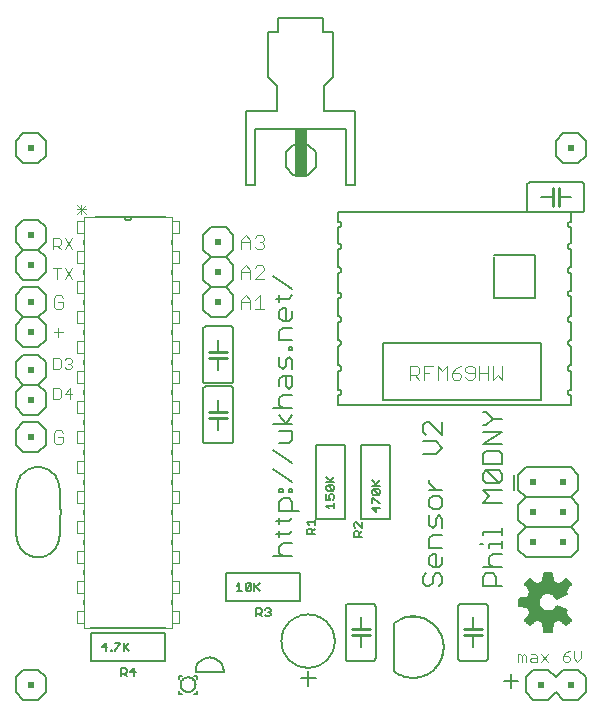
<source format=gto>
G75*
%MOIN*%
%OFA0B0*%
%FSLAX24Y24*%
%IPPOS*%
%LPD*%
%AMOC8*
5,1,8,0,0,1.08239X$1,22.5*
%
%ADD10C,0.0060*%
%ADD11C,0.0030*%
%ADD12C,0.0040*%
%ADD13C,0.0050*%
%ADD14C,0.0080*%
%ADD15R,0.0200X0.0200*%
%ADD16C,0.0000*%
%ADD17C,0.0100*%
%ADD18R,0.0394X0.1604*%
%ADD19C,0.0059*%
D10*
X003420Y003830D02*
X005940Y003830D01*
X006160Y004610D02*
X006160Y004750D01*
X006160Y005610D02*
X006160Y005750D01*
X006160Y006610D02*
X006160Y006750D01*
X006160Y007610D02*
X006160Y007750D01*
X006160Y008610D02*
X006160Y008750D01*
X006160Y009610D02*
X006160Y009750D01*
X006160Y010610D02*
X006160Y010750D01*
X006160Y011610D02*
X006160Y011750D01*
X006160Y012610D02*
X006160Y012750D01*
X006160Y013610D02*
X006160Y013750D01*
X006160Y014610D02*
X006160Y014750D01*
X006160Y015610D02*
X006160Y015750D01*
X006160Y016610D02*
X006160Y016750D01*
X005940Y017530D02*
X004800Y017530D01*
X004560Y017530D01*
X003590Y017530D01*
X003200Y016750D02*
X003200Y016610D01*
X003200Y015750D02*
X003200Y015610D01*
X003200Y014750D02*
X003200Y014610D01*
X003200Y013750D02*
X003200Y013610D01*
X003200Y012750D02*
X003200Y012610D01*
X003200Y011750D02*
X003200Y011610D01*
X003200Y010750D02*
X003200Y010610D01*
X003200Y009750D02*
X003200Y009610D01*
X003200Y008750D02*
X003200Y008610D01*
X003200Y007750D02*
X003200Y007610D01*
X003200Y006750D02*
X003200Y006610D01*
X003200Y005750D02*
X003200Y005610D01*
X003200Y004750D02*
X003200Y004610D01*
X006380Y002230D02*
X006380Y002130D01*
X006380Y002230D02*
X006480Y002230D01*
X006430Y001930D02*
X006432Y001961D01*
X006438Y001992D01*
X006448Y002022D01*
X006461Y002050D01*
X006478Y002077D01*
X006498Y002101D01*
X006521Y002123D01*
X006546Y002141D01*
X006574Y002156D01*
X006603Y002168D01*
X006633Y002176D01*
X006664Y002180D01*
X006696Y002180D01*
X006727Y002176D01*
X006757Y002168D01*
X006786Y002156D01*
X006814Y002141D01*
X006839Y002123D01*
X006862Y002101D01*
X006882Y002077D01*
X006899Y002050D01*
X006912Y002022D01*
X006922Y001992D01*
X006928Y001961D01*
X006930Y001930D01*
X006928Y001899D01*
X006922Y001868D01*
X006912Y001838D01*
X006899Y001810D01*
X006882Y001783D01*
X006862Y001759D01*
X006839Y001737D01*
X006814Y001719D01*
X006786Y001704D01*
X006757Y001692D01*
X006727Y001684D01*
X006696Y001680D01*
X006664Y001680D01*
X006633Y001684D01*
X006603Y001692D01*
X006574Y001704D01*
X006546Y001719D01*
X006521Y001737D01*
X006498Y001759D01*
X006478Y001783D01*
X006461Y001810D01*
X006448Y001838D01*
X006438Y001868D01*
X006432Y001899D01*
X006430Y001930D01*
X006380Y001730D02*
X006380Y001630D01*
X006480Y001630D01*
X006880Y001630D02*
X006980Y001630D01*
X006980Y001730D01*
X006980Y002130D02*
X006980Y002230D01*
X006880Y002230D01*
X010430Y002150D02*
X010930Y002150D01*
X010430Y002150D01*
X010680Y001900D02*
X010680Y002400D01*
X010680Y001900D01*
X011930Y002830D02*
X011930Y004530D01*
X011932Y004547D01*
X011936Y004564D01*
X011943Y004580D01*
X011953Y004594D01*
X011966Y004607D01*
X011980Y004617D01*
X011996Y004624D01*
X012013Y004628D01*
X012030Y004630D01*
X012830Y004630D01*
X012847Y004628D01*
X012864Y004624D01*
X012880Y004617D01*
X012894Y004607D01*
X012907Y004594D01*
X012917Y004580D01*
X012924Y004564D01*
X012928Y004547D01*
X012930Y004530D01*
X012930Y002830D01*
X012928Y002813D01*
X012924Y002796D01*
X012917Y002780D01*
X012907Y002766D01*
X012894Y002753D01*
X012880Y002743D01*
X012864Y002736D01*
X012847Y002732D01*
X012830Y002730D01*
X012030Y002730D01*
X012013Y002732D01*
X011996Y002736D01*
X011980Y002743D01*
X011966Y002753D01*
X011953Y002766D01*
X011943Y002780D01*
X011936Y002796D01*
X011932Y002813D01*
X011930Y002830D01*
X012430Y003180D02*
X012430Y003530D01*
X012430Y003580D01*
X012430Y003780D02*
X012430Y003830D01*
X012430Y004180D01*
X013560Y003990D02*
X013560Y002370D01*
X013560Y003090D02*
X013560Y003250D01*
X013740Y004110D02*
X013798Y004136D01*
X013857Y004157D01*
X013918Y004175D01*
X013979Y004189D01*
X014042Y004199D01*
X014104Y004205D01*
X014168Y004208D01*
X014231Y004207D01*
X014294Y004201D01*
X014356Y004192D01*
X014418Y004179D01*
X014479Y004162D01*
X014539Y004142D01*
X014597Y004118D01*
X014654Y004090D01*
X014709Y004059D01*
X014761Y004024D01*
X014812Y003986D01*
X014860Y003946D01*
X014906Y003902D01*
X014949Y003856D01*
X014989Y003807D01*
X015026Y003755D01*
X015059Y003702D01*
X015090Y003647D01*
X015116Y003589D01*
X015140Y003531D01*
X015159Y003471D01*
X015175Y003409D01*
X015187Y003347D01*
X015195Y003285D01*
X015199Y003222D01*
X015200Y003159D01*
X015196Y003096D01*
X015189Y003033D01*
X015178Y002971D01*
X015162Y002909D01*
X015144Y002849D01*
X015121Y002790D01*
X015095Y002732D01*
X015065Y002677D01*
X015033Y002623D01*
X014996Y002571D01*
X014957Y002522D01*
X014915Y002475D01*
X014870Y002431D01*
X014822Y002389D01*
X014772Y002351D01*
X014719Y002316D01*
X014664Y002284D01*
X014608Y002256D01*
X014550Y002231D01*
X014491Y002210D01*
X014430Y002192D01*
X014368Y002178D01*
X014306Y002168D01*
X014243Y002162D01*
X014180Y002160D01*
X013560Y002370D02*
X013612Y002333D01*
X013665Y002300D01*
X013720Y002269D01*
X013778Y002243D01*
X013836Y002219D01*
X013896Y002200D01*
X013957Y002184D01*
X014019Y002172D01*
X014082Y002164D01*
X014145Y002160D01*
X014208Y002159D01*
X014271Y002163D01*
X014334Y002170D01*
X014396Y002182D01*
X014457Y002197D01*
X014517Y002216D01*
X014576Y002238D01*
X014634Y002264D01*
X014689Y002294D01*
X014743Y002327D01*
X014795Y002363D01*
X014844Y002403D01*
X014891Y002445D01*
X014935Y002490D01*
X014976Y002538D01*
X015014Y002588D01*
X015049Y002641D01*
X015081Y002695D01*
X015109Y002752D01*
X015134Y002810D01*
X015155Y002869D01*
X015172Y002930D01*
X015185Y002992D01*
X015195Y003054D01*
X015201Y003117D01*
X015203Y003180D01*
X015201Y003243D01*
X015195Y003306D01*
X015185Y003368D01*
X015172Y003430D01*
X015155Y003491D01*
X015134Y003550D01*
X015109Y003608D01*
X015081Y003665D01*
X015049Y003719D01*
X015014Y003772D01*
X014976Y003822D01*
X014935Y003870D01*
X014891Y003915D01*
X014844Y003957D01*
X014795Y003997D01*
X014743Y004033D01*
X014689Y004066D01*
X014634Y004096D01*
X014576Y004122D01*
X014517Y004144D01*
X014457Y004163D01*
X014396Y004178D01*
X014334Y004190D01*
X014271Y004197D01*
X014208Y004201D01*
X014145Y004200D01*
X014082Y004196D01*
X014019Y004188D01*
X013957Y004176D01*
X013896Y004160D01*
X013836Y004141D01*
X013778Y004117D01*
X013720Y004091D01*
X013665Y004060D01*
X013612Y004027D01*
X013560Y003990D01*
X013730Y002260D02*
X013784Y002237D01*
X013838Y002217D01*
X013894Y002200D01*
X013950Y002185D01*
X014007Y002174D01*
X014065Y002166D01*
X014122Y002162D01*
X014180Y002160D01*
X015680Y002830D02*
X015680Y004530D01*
X015682Y004547D01*
X015686Y004564D01*
X015693Y004580D01*
X015703Y004594D01*
X015716Y004607D01*
X015730Y004617D01*
X015746Y004624D01*
X015763Y004628D01*
X015780Y004630D01*
X016580Y004630D01*
X016597Y004628D01*
X016614Y004624D01*
X016630Y004617D01*
X016644Y004607D01*
X016657Y004594D01*
X016667Y004580D01*
X016674Y004564D01*
X016678Y004547D01*
X016680Y004530D01*
X016680Y002830D01*
X016678Y002813D01*
X016674Y002796D01*
X016667Y002780D01*
X016657Y002766D01*
X016644Y002753D01*
X016630Y002743D01*
X016614Y002736D01*
X016597Y002732D01*
X016580Y002730D01*
X015780Y002730D01*
X015763Y002732D01*
X015746Y002736D01*
X015730Y002743D01*
X015716Y002753D01*
X015703Y002766D01*
X015693Y002780D01*
X015686Y002796D01*
X015682Y002813D01*
X015680Y002830D01*
X016180Y003180D02*
X016180Y003530D01*
X016180Y003580D01*
X016180Y003780D02*
X016180Y003830D01*
X016180Y004180D01*
X016509Y005210D02*
X016509Y005530D01*
X016616Y005637D01*
X016830Y005637D01*
X016936Y005530D01*
X016936Y005210D01*
X017150Y005210D02*
X016509Y005210D01*
X016509Y005855D02*
X017150Y005855D01*
X017150Y006282D02*
X016830Y006282D01*
X016723Y006175D01*
X016723Y005961D01*
X016830Y005855D01*
X016723Y006499D02*
X016723Y006606D01*
X017150Y006606D01*
X017150Y006499D02*
X017150Y006713D01*
X017150Y006929D02*
X017150Y007142D01*
X017150Y007036D02*
X016509Y007036D01*
X016509Y006929D01*
X016509Y006606D02*
X016403Y006606D01*
X016509Y008003D02*
X016723Y008217D01*
X016509Y008430D01*
X017150Y008430D01*
X017043Y008648D02*
X016616Y009075D01*
X017043Y009075D01*
X017150Y008968D01*
X017150Y008754D01*
X017043Y008648D01*
X016616Y008648D01*
X016509Y008754D01*
X016509Y008968D01*
X016616Y009075D01*
X016509Y009292D02*
X016509Y009612D01*
X016616Y009719D01*
X017043Y009719D01*
X017150Y009612D01*
X017150Y009292D01*
X016509Y009292D01*
X016509Y009937D02*
X017150Y010364D01*
X016509Y010364D01*
X016509Y010581D02*
X016616Y010581D01*
X016830Y010795D01*
X017150Y010795D01*
X016830Y010795D02*
X016616Y011008D01*
X016509Y011008D01*
X016509Y009937D02*
X017150Y009937D01*
X017150Y008003D02*
X016509Y008003D01*
X015150Y007895D02*
X015150Y008108D01*
X015043Y008215D01*
X014830Y008215D01*
X014723Y008108D01*
X014723Y007895D01*
X014830Y007788D01*
X015043Y007788D01*
X015150Y007895D01*
X015043Y007571D02*
X014936Y007464D01*
X014936Y007250D01*
X014830Y007144D01*
X014723Y007250D01*
X014723Y007571D01*
X015043Y007571D02*
X015150Y007464D01*
X015150Y007144D01*
X015150Y006926D02*
X014830Y006926D01*
X014723Y006819D01*
X014723Y006499D01*
X015150Y006499D01*
X014936Y006282D02*
X014936Y005855D01*
X014830Y005855D02*
X014723Y005961D01*
X014723Y006175D01*
X014830Y006282D01*
X014936Y006282D01*
X015150Y006175D02*
X015150Y005961D01*
X015043Y005855D01*
X014830Y005855D01*
X014936Y005637D02*
X015043Y005637D01*
X015150Y005530D01*
X015150Y005317D01*
X015043Y005210D01*
X014830Y005317D02*
X014830Y005530D01*
X014936Y005637D01*
X014616Y005637D02*
X014509Y005530D01*
X014509Y005317D01*
X014616Y005210D01*
X014723Y005210D01*
X014830Y005317D01*
X017444Y002294D02*
X017444Y001827D01*
X017677Y002060D02*
X017210Y002060D01*
X015150Y008433D02*
X014723Y008433D01*
X014723Y008646D02*
X014723Y008753D01*
X014723Y008646D02*
X014936Y008433D01*
X014936Y009614D02*
X014509Y009614D01*
X014509Y010041D02*
X014936Y010041D01*
X015150Y009828D01*
X014936Y009614D01*
X015150Y010259D02*
X014723Y010686D01*
X014616Y010686D01*
X014509Y010579D01*
X014509Y010366D01*
X014616Y010259D01*
X015150Y010259D02*
X015150Y010686D01*
X010364Y007714D02*
X009723Y007714D01*
X009723Y008034D01*
X009830Y008141D01*
X010043Y008141D01*
X010150Y008034D01*
X010150Y007714D01*
X010150Y007498D02*
X010043Y007391D01*
X009616Y007391D01*
X009723Y007284D02*
X009723Y007498D01*
X009723Y007068D02*
X009723Y006855D01*
X009616Y006961D02*
X010043Y006961D01*
X010150Y007068D01*
X010150Y006637D02*
X009830Y006637D01*
X009723Y006530D01*
X009723Y006317D01*
X009830Y006210D01*
X010150Y006210D02*
X009509Y006210D01*
X009723Y008358D02*
X009830Y008358D01*
X009830Y008465D01*
X009723Y008465D01*
X009723Y008358D01*
X010043Y008358D02*
X010150Y008358D01*
X010150Y008465D01*
X010043Y008465D01*
X010043Y008358D01*
X010150Y008681D02*
X009509Y009108D01*
X009509Y009752D02*
X010150Y009325D01*
X010043Y009970D02*
X009723Y009970D01*
X009723Y010397D02*
X010150Y010397D01*
X010150Y010077D01*
X010043Y009970D01*
X009936Y010614D02*
X009723Y010935D01*
X009830Y011152D02*
X009723Y011258D01*
X009723Y011472D01*
X009830Y011579D01*
X010150Y011579D01*
X010043Y011796D02*
X009936Y011903D01*
X009936Y012223D01*
X009830Y012223D02*
X010150Y012223D01*
X010150Y011903D01*
X010043Y011796D01*
X009723Y011903D02*
X009723Y012116D01*
X009830Y012223D01*
X009830Y012441D02*
X009723Y012547D01*
X009723Y012868D01*
X009936Y012761D02*
X009936Y012547D01*
X009830Y012441D01*
X010150Y012441D02*
X010150Y012761D01*
X010043Y012868D01*
X009936Y012761D01*
X010043Y013085D02*
X010043Y013192D01*
X010150Y013192D01*
X010150Y013085D01*
X010043Y013085D01*
X010150Y013407D02*
X009723Y013407D01*
X009723Y013728D01*
X009830Y013835D01*
X010150Y013835D01*
X010043Y014052D02*
X009830Y014052D01*
X009723Y014159D01*
X009723Y014372D01*
X009830Y014479D01*
X009936Y014479D01*
X009936Y014052D01*
X010043Y014052D02*
X010150Y014159D01*
X010150Y014372D01*
X010043Y014803D02*
X010150Y014910D01*
X010043Y014803D02*
X009616Y014803D01*
X009723Y014697D02*
X009723Y014910D01*
X010150Y015126D02*
X009509Y015553D01*
X008080Y013880D02*
X007280Y013880D01*
X007263Y013878D01*
X007246Y013874D01*
X007230Y013867D01*
X007216Y013857D01*
X007203Y013844D01*
X007193Y013830D01*
X007186Y013814D01*
X007182Y013797D01*
X007180Y013780D01*
X007180Y012080D01*
X007182Y012063D01*
X007186Y012046D01*
X007193Y012030D01*
X007203Y012016D01*
X007216Y012003D01*
X007230Y011993D01*
X007246Y011986D01*
X007263Y011982D01*
X007280Y011980D01*
X008080Y011980D01*
X008097Y011982D01*
X008114Y011986D01*
X008130Y011993D01*
X008144Y012003D01*
X008157Y012016D01*
X008167Y012030D01*
X008174Y012046D01*
X008178Y012063D01*
X008180Y012080D01*
X008180Y013780D01*
X008178Y013797D01*
X008174Y013814D01*
X008167Y013830D01*
X008157Y013844D01*
X008144Y013857D01*
X008130Y013867D01*
X008114Y013874D01*
X008097Y013878D01*
X008080Y013880D01*
X007680Y013430D02*
X007680Y013080D01*
X007680Y013030D01*
X007680Y012830D02*
X007680Y012780D01*
X007680Y012430D01*
X007280Y011880D02*
X008080Y011880D01*
X008097Y011878D01*
X008114Y011874D01*
X008130Y011867D01*
X008144Y011857D01*
X008157Y011844D01*
X008167Y011830D01*
X008174Y011814D01*
X008178Y011797D01*
X008180Y011780D01*
X008180Y010080D01*
X008178Y010063D01*
X008174Y010046D01*
X008167Y010030D01*
X008157Y010016D01*
X008144Y010003D01*
X008130Y009993D01*
X008114Y009986D01*
X008097Y009982D01*
X008080Y009980D01*
X007280Y009980D01*
X007263Y009982D01*
X007246Y009986D01*
X007230Y009993D01*
X007216Y010003D01*
X007203Y010016D01*
X007193Y010030D01*
X007186Y010046D01*
X007182Y010063D01*
X007180Y010080D01*
X007180Y011780D01*
X007182Y011797D01*
X007186Y011814D01*
X007193Y011830D01*
X007203Y011844D01*
X007216Y011857D01*
X007230Y011867D01*
X007246Y011874D01*
X007263Y011878D01*
X007280Y011880D01*
X007680Y011430D02*
X007680Y011080D01*
X007680Y011030D01*
X007680Y010830D02*
X007680Y010780D01*
X007680Y010430D01*
X009509Y010614D02*
X010150Y010614D01*
X009936Y010614D02*
X010150Y010935D01*
X010150Y011152D02*
X009509Y011152D01*
X004800Y017530D02*
X004798Y017509D01*
X004793Y017489D01*
X004784Y017470D01*
X004772Y017453D01*
X004757Y017438D01*
X004740Y017426D01*
X004721Y017417D01*
X004701Y017412D01*
X004680Y017410D01*
X004659Y017412D01*
X004639Y017417D01*
X004620Y017426D01*
X004603Y017438D01*
X004588Y017453D01*
X004576Y017470D01*
X004567Y017489D01*
X004562Y017509D01*
X004560Y017530D01*
X010680Y004270D02*
X010622Y004268D01*
X010564Y004262D01*
X010507Y004253D01*
X010451Y004240D01*
X010396Y004223D01*
X010341Y004203D01*
X010289Y004179D01*
X010238Y004151D01*
X010188Y004121D01*
X010141Y004087D01*
X010096Y004050D01*
X010054Y004011D01*
X010015Y003969D01*
X009978Y003924D01*
X009944Y003877D01*
X009914Y003828D01*
X009886Y003776D01*
X009862Y003724D01*
X009842Y003669D01*
X009825Y003614D01*
X009812Y003558D01*
X009803Y003501D01*
X009797Y003443D01*
X009795Y003385D01*
X009797Y003327D01*
X009803Y003269D01*
X009812Y003212D01*
X009825Y003156D01*
X009842Y003101D01*
X009862Y003046D01*
X009886Y002994D01*
X009914Y002943D01*
X009944Y002893D01*
X009978Y002846D01*
X010015Y002801D01*
X010054Y002759D01*
X010096Y002720D01*
X010141Y002683D01*
X010188Y002649D01*
X010237Y002619D01*
X010289Y002591D01*
X010341Y002567D01*
X010396Y002547D01*
X010451Y002530D01*
X010507Y002517D01*
X010564Y002508D01*
X010622Y002502D01*
X010680Y002500D01*
X010738Y002502D01*
X010796Y002508D01*
X010853Y002517D01*
X010909Y002530D01*
X010964Y002547D01*
X011019Y002567D01*
X011071Y002591D01*
X011123Y002619D01*
X011172Y002649D01*
X011219Y002683D01*
X011264Y002720D01*
X011306Y002759D01*
X011345Y002801D01*
X011382Y002846D01*
X011416Y002893D01*
X011446Y002943D01*
X011474Y002994D01*
X011498Y003046D01*
X011518Y003101D01*
X011535Y003156D01*
X011548Y003212D01*
X011557Y003269D01*
X011563Y003327D01*
X011565Y003385D01*
X011563Y003443D01*
X011557Y003501D01*
X011548Y003558D01*
X011535Y003614D01*
X011518Y003669D01*
X011498Y003724D01*
X011474Y003776D01*
X011446Y003828D01*
X011416Y003877D01*
X011382Y003924D01*
X011345Y003969D01*
X011306Y004011D01*
X011264Y004050D01*
X011219Y004087D01*
X011172Y004121D01*
X011122Y004151D01*
X011071Y004179D01*
X011019Y004203D01*
X010964Y004223D01*
X010909Y004240D01*
X010853Y004253D01*
X010796Y004262D01*
X010738Y004268D01*
X010680Y004270D01*
X010622Y004268D01*
X010564Y004262D01*
X010507Y004253D01*
X010451Y004240D01*
X010396Y004223D01*
X010341Y004203D01*
X010289Y004179D01*
X010238Y004151D01*
X010188Y004121D01*
X010141Y004087D01*
X010096Y004050D01*
X010054Y004011D01*
X010015Y003969D01*
X009978Y003924D01*
X009944Y003877D01*
X009914Y003828D01*
X009886Y003776D01*
X009862Y003724D01*
X009842Y003669D01*
X009825Y003614D01*
X009812Y003558D01*
X009803Y003501D01*
X009797Y003443D01*
X009795Y003385D01*
X009797Y003327D01*
X009803Y003269D01*
X009812Y003212D01*
X009825Y003156D01*
X009842Y003101D01*
X009862Y003046D01*
X009886Y002994D01*
X009914Y002943D01*
X009944Y002893D01*
X009978Y002846D01*
X010015Y002801D01*
X010054Y002759D01*
X010096Y002720D01*
X010141Y002683D01*
X010188Y002649D01*
X010237Y002619D01*
X010289Y002591D01*
X010341Y002567D01*
X010396Y002547D01*
X010451Y002530D01*
X010507Y002517D01*
X010564Y002508D01*
X010622Y002502D01*
X010680Y002500D01*
X010738Y002502D01*
X010796Y002508D01*
X010853Y002517D01*
X010909Y002530D01*
X010964Y002547D01*
X011019Y002567D01*
X011071Y002591D01*
X011123Y002619D01*
X011172Y002649D01*
X011219Y002683D01*
X011264Y002720D01*
X011306Y002759D01*
X011345Y002801D01*
X011382Y002846D01*
X011416Y002893D01*
X011446Y002943D01*
X011474Y002994D01*
X011498Y003046D01*
X011518Y003101D01*
X011535Y003156D01*
X011548Y003212D01*
X011557Y003269D01*
X011563Y003327D01*
X011565Y003385D01*
X011563Y003443D01*
X011557Y003501D01*
X011548Y003558D01*
X011535Y003614D01*
X011518Y003669D01*
X011498Y003724D01*
X011474Y003776D01*
X011446Y003828D01*
X011416Y003877D01*
X011382Y003924D01*
X011345Y003969D01*
X011306Y004011D01*
X011264Y004050D01*
X011219Y004087D01*
X011172Y004121D01*
X011122Y004151D01*
X011071Y004179D01*
X011019Y004203D01*
X010964Y004223D01*
X010909Y004240D01*
X010853Y004253D01*
X010796Y004262D01*
X010738Y004268D01*
X010680Y004270D01*
X018080Y017680D02*
X019780Y017680D01*
X019797Y017682D01*
X019814Y017686D01*
X019830Y017693D01*
X019844Y017703D01*
X019857Y017716D01*
X019867Y017730D01*
X019874Y017746D01*
X019878Y017763D01*
X019880Y017780D01*
X019880Y018580D01*
X019878Y018597D01*
X019874Y018614D01*
X019867Y018630D01*
X019857Y018644D01*
X019844Y018657D01*
X019830Y018667D01*
X019814Y018674D01*
X019797Y018678D01*
X019780Y018680D01*
X018080Y018680D01*
X018063Y018678D01*
X018046Y018674D01*
X018030Y018667D01*
X018016Y018657D01*
X018003Y018644D01*
X017993Y018630D01*
X017986Y018614D01*
X017982Y018597D01*
X017980Y018580D01*
X017980Y017780D01*
X017982Y017763D01*
X017986Y017746D01*
X017993Y017730D01*
X018003Y017716D01*
X018016Y017703D01*
X018030Y017693D01*
X018046Y017686D01*
X018063Y017682D01*
X018080Y017680D01*
X018430Y018180D02*
X018780Y018180D01*
X018830Y018180D01*
X019030Y018180D02*
X019080Y018180D01*
X019430Y018180D01*
D11*
X019415Y003065D02*
X019292Y003004D01*
X019168Y002880D01*
X019353Y002880D01*
X019415Y002818D01*
X019415Y002757D01*
X019353Y002695D01*
X019230Y002695D01*
X019168Y002757D01*
X019168Y002880D01*
X019537Y002818D02*
X019660Y002695D01*
X019783Y002818D01*
X019783Y003065D01*
X019537Y003065D02*
X019537Y002818D01*
X018679Y002695D02*
X018432Y002942D01*
X018310Y002880D02*
X018310Y002695D01*
X018125Y002695D01*
X018063Y002757D01*
X018125Y002818D01*
X018310Y002818D01*
X018310Y002880D02*
X018248Y002942D01*
X018125Y002942D01*
X017942Y002880D02*
X017942Y002695D01*
X017818Y002695D02*
X017818Y002880D01*
X017880Y002942D01*
X017942Y002880D01*
X017818Y002880D02*
X017757Y002942D01*
X017695Y002942D01*
X017695Y002695D01*
X018432Y002695D02*
X018679Y002942D01*
X003279Y017613D02*
X002965Y017927D01*
X003279Y017613D01*
X003122Y017613D02*
X003122Y017927D01*
X003122Y017613D01*
X002965Y017613D02*
X003279Y017927D01*
X002965Y017613D01*
X002965Y017770D02*
X003279Y017770D01*
X002965Y017770D01*
X002810Y016815D02*
X002563Y016445D01*
X002442Y016445D02*
X002318Y016568D01*
X002380Y016568D02*
X002195Y016568D01*
X002195Y016445D02*
X002195Y016815D01*
X002380Y016815D01*
X002442Y016754D01*
X002442Y016630D01*
X002380Y016568D01*
X002563Y016815D02*
X002810Y016445D01*
X002810Y015815D02*
X002563Y015445D01*
X002318Y015445D02*
X002318Y015815D01*
X002195Y015815D02*
X002442Y015815D01*
X002563Y015815D02*
X002810Y015445D01*
X002748Y012815D02*
X002810Y012754D01*
X002810Y012692D01*
X002748Y012630D01*
X002810Y012568D01*
X002810Y012507D01*
X002748Y012445D01*
X002625Y012445D01*
X002563Y012507D01*
X002442Y012507D02*
X002442Y012754D01*
X002380Y012815D01*
X002195Y012815D01*
X002195Y012445D01*
X002380Y012445D01*
X002442Y012507D01*
X002687Y012630D02*
X002748Y012630D01*
X002748Y012815D02*
X002625Y012815D01*
X002563Y012754D01*
X002380Y011815D02*
X002195Y011815D01*
X002195Y011445D01*
X002380Y011445D01*
X002442Y011507D01*
X002442Y011754D01*
X002380Y011815D01*
X002563Y011630D02*
X002810Y011630D01*
X002748Y011445D02*
X002748Y011815D01*
X002563Y011630D01*
D12*
X002430Y010410D02*
X002277Y010410D01*
X002200Y010334D01*
X002200Y010027D01*
X002277Y009950D01*
X002430Y009950D01*
X002507Y010027D01*
X002507Y010180D01*
X002353Y010180D01*
X002507Y010334D02*
X002430Y010410D01*
X002353Y013527D02*
X002353Y013834D01*
X002200Y013680D02*
X002507Y013680D01*
X002430Y014450D02*
X002277Y014450D01*
X002200Y014527D01*
X002200Y014834D01*
X002277Y014910D01*
X002430Y014910D01*
X002507Y014834D01*
X002507Y014680D02*
X002353Y014680D01*
X002507Y014680D02*
X002507Y014527D01*
X002430Y014450D01*
X008450Y014450D02*
X008450Y014757D01*
X008603Y014910D01*
X008757Y014757D01*
X008757Y014450D01*
X008910Y014450D02*
X009217Y014450D01*
X009064Y014450D02*
X009064Y014910D01*
X008910Y014757D01*
X008757Y014680D02*
X008450Y014680D01*
X008450Y015450D02*
X008450Y015757D01*
X008603Y015910D01*
X008757Y015757D01*
X008757Y015450D01*
X008910Y015450D02*
X009217Y015757D01*
X009217Y015834D01*
X009141Y015910D01*
X008987Y015910D01*
X008910Y015834D01*
X008757Y015680D02*
X008450Y015680D01*
X008910Y015450D02*
X009217Y015450D01*
X009141Y016450D02*
X008987Y016450D01*
X008910Y016527D01*
X008757Y016450D02*
X008757Y016757D01*
X008603Y016910D01*
X008450Y016757D01*
X008450Y016450D01*
X008450Y016680D02*
X008757Y016680D01*
X008910Y016834D02*
X008987Y016910D01*
X009141Y016910D01*
X009217Y016834D01*
X009217Y016757D01*
X009141Y016680D01*
X009217Y016603D01*
X009217Y016527D01*
X009141Y016450D01*
X009141Y016680D02*
X009064Y016680D01*
X014086Y012555D02*
X014086Y012094D01*
X014086Y012248D02*
X014316Y012248D01*
X014392Y012324D01*
X014392Y012478D01*
X014316Y012555D01*
X014086Y012555D01*
X014239Y012248D02*
X014392Y012094D01*
X014546Y012094D02*
X014546Y012555D01*
X014853Y012555D01*
X015006Y012555D02*
X015160Y012401D01*
X015313Y012555D01*
X015313Y012094D01*
X015467Y012171D02*
X015543Y012094D01*
X015697Y012094D01*
X015774Y012171D01*
X015774Y012248D01*
X015697Y012324D01*
X015467Y012324D01*
X015467Y012171D01*
X015467Y012324D02*
X015620Y012478D01*
X015774Y012555D01*
X015927Y012478D02*
X015927Y012401D01*
X016004Y012324D01*
X016234Y012324D01*
X016234Y012171D02*
X016234Y012478D01*
X016157Y012555D01*
X016004Y012555D01*
X015927Y012478D01*
X015927Y012171D02*
X016004Y012094D01*
X016157Y012094D01*
X016234Y012171D01*
X016387Y012094D02*
X016387Y012555D01*
X016387Y012324D02*
X016694Y012324D01*
X016694Y012094D02*
X016694Y012555D01*
X016848Y012555D02*
X016848Y012094D01*
X017001Y012248D01*
X017155Y012094D01*
X017155Y012555D01*
X015006Y012555D02*
X015006Y012094D01*
X014699Y012324D02*
X014546Y012324D01*
D13*
X013180Y011430D02*
X018430Y011430D01*
X018430Y013305D01*
X013180Y013305D01*
X013180Y011430D01*
X011693Y011570D02*
X011693Y011256D01*
X019430Y011256D01*
X019430Y011570D01*
X019412Y011572D01*
X019395Y011577D01*
X019378Y011585D01*
X019364Y011596D01*
X019352Y011609D01*
X019342Y011624D01*
X019336Y011641D01*
X019332Y011659D01*
X019332Y011677D01*
X019336Y011695D01*
X019342Y011712D01*
X019352Y011727D01*
X019364Y011740D01*
X019378Y011751D01*
X019395Y011759D01*
X019412Y011764D01*
X019430Y011766D01*
X019430Y011767D02*
X019430Y012382D01*
X019430Y012383D02*
X019412Y012385D01*
X019395Y012390D01*
X019378Y012398D01*
X019364Y012409D01*
X019352Y012422D01*
X019342Y012437D01*
X019336Y012454D01*
X019332Y012472D01*
X019332Y012490D01*
X019336Y012508D01*
X019342Y012525D01*
X019352Y012540D01*
X019364Y012553D01*
X019378Y012564D01*
X019395Y012572D01*
X019412Y012577D01*
X019430Y012579D01*
X019430Y013232D01*
X019430Y013233D02*
X019412Y013235D01*
X019395Y013240D01*
X019378Y013248D01*
X019364Y013259D01*
X019352Y013272D01*
X019342Y013287D01*
X019336Y013304D01*
X019332Y013322D01*
X019332Y013340D01*
X019336Y013358D01*
X019342Y013375D01*
X019352Y013390D01*
X019364Y013403D01*
X019378Y013414D01*
X019395Y013422D01*
X019412Y013427D01*
X019430Y013429D01*
X019430Y014020D01*
X019412Y014022D01*
X019395Y014027D01*
X019378Y014035D01*
X019364Y014046D01*
X019352Y014059D01*
X019342Y014074D01*
X019336Y014091D01*
X019332Y014109D01*
X019332Y014127D01*
X019336Y014145D01*
X019342Y014162D01*
X019352Y014177D01*
X019364Y014190D01*
X019378Y014201D01*
X019395Y014209D01*
X019412Y014214D01*
X019430Y014216D01*
X019430Y014869D01*
X019430Y014870D02*
X019412Y014872D01*
X019395Y014877D01*
X019378Y014885D01*
X019364Y014896D01*
X019352Y014909D01*
X019342Y014924D01*
X019336Y014941D01*
X019332Y014959D01*
X019332Y014977D01*
X019336Y014995D01*
X019342Y015012D01*
X019352Y015027D01*
X019364Y015040D01*
X019378Y015051D01*
X019395Y015059D01*
X019412Y015064D01*
X019430Y015066D01*
X019430Y015657D01*
X019412Y015659D01*
X019395Y015664D01*
X019378Y015672D01*
X019364Y015683D01*
X019352Y015696D01*
X019342Y015711D01*
X019336Y015728D01*
X019332Y015746D01*
X019332Y015764D01*
X019336Y015782D01*
X019342Y015799D01*
X019352Y015814D01*
X019364Y015827D01*
X019378Y015838D01*
X019395Y015846D01*
X019412Y015851D01*
X019430Y015853D01*
X019430Y015854D02*
X019430Y016444D01*
X019430Y016445D02*
X019412Y016447D01*
X019395Y016452D01*
X019378Y016460D01*
X019364Y016471D01*
X019352Y016484D01*
X019342Y016499D01*
X019336Y016516D01*
X019332Y016534D01*
X019332Y016552D01*
X019336Y016570D01*
X019342Y016587D01*
X019352Y016602D01*
X019364Y016615D01*
X019378Y016626D01*
X019395Y016634D01*
X019412Y016639D01*
X019430Y016641D01*
X019430Y017169D01*
X019430Y017170D02*
X019412Y017172D01*
X019395Y017177D01*
X019378Y017185D01*
X019364Y017196D01*
X019352Y017209D01*
X019342Y017224D01*
X019336Y017241D01*
X019332Y017259D01*
X019332Y017277D01*
X019336Y017295D01*
X019342Y017312D01*
X019352Y017327D01*
X019364Y017340D01*
X019378Y017351D01*
X019395Y017359D01*
X019412Y017364D01*
X019430Y017366D01*
X019430Y017680D01*
X011693Y017680D01*
X011693Y017366D01*
X011711Y017364D01*
X011728Y017359D01*
X011745Y017351D01*
X011759Y017340D01*
X011771Y017327D01*
X011781Y017312D01*
X011787Y017295D01*
X011791Y017277D01*
X011791Y017259D01*
X011787Y017241D01*
X011781Y017224D01*
X011771Y017209D01*
X011759Y017196D01*
X011745Y017185D01*
X011728Y017177D01*
X011711Y017172D01*
X011693Y017170D01*
X011693Y017169D02*
X011693Y016641D01*
X011711Y016639D01*
X011728Y016634D01*
X011745Y016626D01*
X011759Y016615D01*
X011771Y016602D01*
X011781Y016587D01*
X011787Y016570D01*
X011791Y016552D01*
X011791Y016534D01*
X011787Y016516D01*
X011781Y016499D01*
X011771Y016484D01*
X011759Y016471D01*
X011745Y016460D01*
X011728Y016452D01*
X011711Y016447D01*
X011693Y016445D01*
X011693Y016444D02*
X011693Y015854D01*
X011693Y015853D02*
X011711Y015851D01*
X011728Y015846D01*
X011745Y015838D01*
X011759Y015827D01*
X011771Y015814D01*
X011781Y015799D01*
X011787Y015782D01*
X011791Y015764D01*
X011791Y015746D01*
X011787Y015728D01*
X011781Y015711D01*
X011771Y015696D01*
X011759Y015683D01*
X011745Y015672D01*
X011728Y015664D01*
X011711Y015659D01*
X011693Y015657D01*
X011693Y015004D01*
X011693Y015003D02*
X011711Y015001D01*
X011728Y014996D01*
X011745Y014988D01*
X011759Y014977D01*
X011771Y014964D01*
X011781Y014949D01*
X011787Y014932D01*
X011791Y014914D01*
X011791Y014896D01*
X011787Y014878D01*
X011781Y014861D01*
X011771Y014846D01*
X011759Y014833D01*
X011745Y014822D01*
X011728Y014814D01*
X011711Y014809D01*
X011693Y014807D01*
X011693Y014216D01*
X011711Y014214D01*
X011728Y014209D01*
X011745Y014201D01*
X011759Y014190D01*
X011771Y014177D01*
X011781Y014162D01*
X011787Y014145D01*
X011791Y014127D01*
X011791Y014109D01*
X011787Y014091D01*
X011781Y014074D01*
X011771Y014059D01*
X011759Y014046D01*
X011745Y014035D01*
X011728Y014027D01*
X011711Y014022D01*
X011693Y014020D01*
X011693Y013429D01*
X011711Y013427D01*
X011728Y013422D01*
X011745Y013414D01*
X011759Y013403D01*
X011771Y013390D01*
X011781Y013375D01*
X011787Y013358D01*
X011791Y013340D01*
X011791Y013322D01*
X011787Y013304D01*
X011781Y013287D01*
X011771Y013272D01*
X011759Y013259D01*
X011745Y013248D01*
X011728Y013240D01*
X011711Y013235D01*
X011693Y013233D01*
X011693Y013232D02*
X011693Y012579D01*
X011711Y012577D01*
X011728Y012572D01*
X011745Y012564D01*
X011759Y012553D01*
X011771Y012540D01*
X011781Y012525D01*
X011787Y012508D01*
X011791Y012490D01*
X011791Y012472D01*
X011787Y012454D01*
X011781Y012437D01*
X011771Y012422D01*
X011759Y012409D01*
X011745Y012398D01*
X011728Y012390D01*
X011711Y012385D01*
X011693Y012383D01*
X011693Y012382D02*
X011693Y011767D01*
X011693Y011766D02*
X011711Y011764D01*
X011728Y011759D01*
X011745Y011751D01*
X011759Y011740D01*
X011771Y011727D01*
X011781Y011712D01*
X011787Y011695D01*
X011791Y011677D01*
X011791Y011659D01*
X011787Y011641D01*
X011781Y011624D01*
X011771Y011609D01*
X011759Y011596D01*
X011745Y011585D01*
X011728Y011577D01*
X011711Y011572D01*
X011693Y011570D01*
X011555Y008869D02*
X011420Y008734D01*
X011465Y008689D02*
X011285Y008869D01*
X011285Y008689D02*
X011555Y008689D01*
X011510Y008574D02*
X011555Y008529D01*
X011555Y008439D01*
X011510Y008394D01*
X011330Y008574D01*
X011510Y008574D01*
X011510Y008394D02*
X011330Y008394D01*
X011285Y008439D01*
X011285Y008529D01*
X011330Y008574D01*
X011285Y008280D02*
X011285Y008100D01*
X011420Y008100D01*
X011375Y008190D01*
X011375Y008235D01*
X011420Y008280D01*
X011510Y008280D01*
X011555Y008235D01*
X011555Y008145D01*
X011510Y008100D01*
X011555Y007985D02*
X011555Y007805D01*
X011555Y007895D02*
X011285Y007895D01*
X011375Y007805D01*
X010905Y007430D02*
X010905Y007250D01*
X010905Y007340D02*
X010635Y007340D01*
X010725Y007250D01*
X010770Y007135D02*
X010815Y007090D01*
X010815Y006955D01*
X010905Y006955D02*
X010635Y006955D01*
X010635Y007090D01*
X010680Y007135D01*
X010770Y007135D01*
X010815Y007045D02*
X010905Y007135D01*
X012205Y007205D02*
X012250Y007160D01*
X012205Y007205D02*
X012205Y007295D01*
X012250Y007341D01*
X012295Y007341D01*
X012475Y007160D01*
X012475Y007341D01*
X012475Y007046D02*
X012385Y006956D01*
X012385Y007001D02*
X012385Y006866D01*
X012475Y006866D02*
X012205Y006866D01*
X012205Y007001D01*
X012250Y007046D01*
X012340Y007046D01*
X012385Y007001D01*
X012940Y007676D02*
X012940Y007857D01*
X013075Y007812D02*
X012805Y007812D01*
X012940Y007676D01*
X013030Y007971D02*
X013075Y007971D01*
X013030Y007971D02*
X012850Y008151D01*
X012805Y008151D01*
X012805Y007971D01*
X012850Y008266D02*
X012805Y008311D01*
X012805Y008401D01*
X012850Y008446D01*
X013030Y008266D01*
X013075Y008311D01*
X013075Y008401D01*
X013030Y008446D01*
X012850Y008446D01*
X012805Y008560D02*
X013075Y008560D01*
X012985Y008560D02*
X012805Y008741D01*
X012940Y008605D02*
X013075Y008741D01*
X013030Y008266D02*
X012850Y008266D01*
X009385Y004475D02*
X009430Y004430D01*
X009430Y004385D01*
X009385Y004340D01*
X009430Y004295D01*
X009430Y004250D01*
X009385Y004205D01*
X009295Y004205D01*
X009250Y004250D01*
X009135Y004205D02*
X009045Y004295D01*
X009090Y004295D02*
X008955Y004295D01*
X008955Y004205D02*
X008955Y004475D01*
X009090Y004475D01*
X009135Y004430D01*
X009135Y004340D01*
X009090Y004295D01*
X009250Y004430D02*
X009295Y004475D01*
X009385Y004475D01*
X009385Y004340D02*
X009340Y004340D01*
X009074Y005055D02*
X008939Y005190D01*
X008894Y005145D02*
X009074Y005325D01*
X008894Y005325D02*
X008894Y005055D01*
X008780Y005100D02*
X008735Y005055D01*
X008645Y005055D01*
X008600Y005100D01*
X008780Y005280D01*
X008780Y005100D01*
X008780Y005280D02*
X008735Y005325D01*
X008645Y005325D01*
X008600Y005280D01*
X008600Y005100D01*
X008485Y005055D02*
X008305Y005055D01*
X008395Y005055D02*
X008395Y005325D01*
X008305Y005235D01*
X007868Y002368D02*
X006930Y002368D01*
X006932Y002410D01*
X006938Y002452D01*
X006947Y002493D01*
X006960Y002533D01*
X006976Y002571D01*
X006996Y002609D01*
X007020Y002644D01*
X007046Y002677D01*
X007075Y002707D01*
X007107Y002735D01*
X007141Y002759D01*
X007177Y002781D01*
X007215Y002799D01*
X007254Y002814D01*
X007295Y002825D01*
X007336Y002833D01*
X007378Y002837D01*
X007420Y002837D01*
X007462Y002833D01*
X007503Y002825D01*
X007544Y002814D01*
X007583Y002799D01*
X007621Y002781D01*
X007657Y002759D01*
X007691Y002735D01*
X007723Y002707D01*
X007752Y002677D01*
X007778Y002644D01*
X007802Y002609D01*
X007822Y002571D01*
X007838Y002533D01*
X007851Y002493D01*
X007860Y002452D01*
X007866Y002410D01*
X007868Y002368D01*
X004930Y002340D02*
X004750Y002340D01*
X004885Y002475D01*
X004885Y002205D01*
X004635Y002205D02*
X004545Y002295D01*
X004590Y002295D02*
X004455Y002295D01*
X004455Y002205D02*
X004455Y002475D01*
X004590Y002475D01*
X004635Y002430D01*
X004635Y002340D01*
X004590Y002295D01*
X004542Y003055D02*
X004542Y003325D01*
X004427Y003325D02*
X004427Y003280D01*
X004247Y003100D01*
X004247Y003055D01*
X004145Y003055D02*
X004100Y003055D01*
X004100Y003100D01*
X004145Y003100D01*
X004145Y003055D01*
X003940Y003055D02*
X003940Y003325D01*
X003805Y003190D01*
X003985Y003190D01*
X004247Y003325D02*
X004427Y003325D01*
X004587Y003190D02*
X004722Y003055D01*
X004542Y003145D02*
X004722Y003325D01*
X016868Y014805D02*
X018243Y014805D01*
X018243Y016243D01*
X016868Y016243D01*
X016868Y016180D02*
X016868Y014805D01*
D14*
X001680Y001430D02*
X001180Y001430D01*
X000930Y001680D01*
X000930Y002180D01*
X001180Y002430D01*
X001680Y002430D01*
X001930Y002180D01*
X001930Y001680D01*
X001680Y001430D01*
X003440Y002708D02*
X005920Y002708D01*
X005920Y003652D01*
X003440Y003652D01*
X003440Y002708D01*
X002380Y006780D02*
X002370Y006728D01*
X002356Y006677D01*
X002338Y006627D01*
X002317Y006579D01*
X002292Y006532D01*
X002264Y006488D01*
X002232Y006445D01*
X002198Y006405D01*
X002160Y006368D01*
X002120Y006334D01*
X002078Y006302D01*
X002033Y006274D01*
X001986Y006250D01*
X001938Y006229D01*
X001888Y006211D01*
X001837Y006198D01*
X001785Y006188D01*
X001733Y006182D01*
X001680Y006180D01*
X001627Y006182D01*
X001575Y006188D01*
X001523Y006198D01*
X001472Y006211D01*
X001422Y006229D01*
X001374Y006250D01*
X001327Y006274D01*
X001282Y006302D01*
X001240Y006334D01*
X001200Y006368D01*
X001162Y006405D01*
X001128Y006445D01*
X001096Y006488D01*
X001068Y006532D01*
X001043Y006579D01*
X001022Y006627D01*
X001004Y006677D01*
X000990Y006728D01*
X000980Y006780D01*
X002380Y006780D02*
X002398Y006959D01*
X002412Y007139D01*
X002422Y007319D01*
X002428Y007500D01*
X002430Y007680D01*
X002428Y007860D01*
X002422Y008041D01*
X002412Y008221D01*
X002398Y008401D01*
X002380Y008580D01*
X002370Y008632D01*
X002356Y008683D01*
X002338Y008733D01*
X002317Y008781D01*
X002292Y008828D01*
X002264Y008872D01*
X002232Y008915D01*
X002198Y008955D01*
X002160Y008992D01*
X002120Y009026D01*
X002078Y009058D01*
X002033Y009086D01*
X001986Y009110D01*
X001938Y009131D01*
X001888Y009149D01*
X001837Y009162D01*
X001785Y009172D01*
X001733Y009178D01*
X001680Y009180D01*
X001627Y009178D01*
X001575Y009172D01*
X001523Y009162D01*
X001472Y009149D01*
X001422Y009131D01*
X001374Y009110D01*
X001327Y009086D01*
X001282Y009058D01*
X001240Y009026D01*
X001200Y008992D01*
X001162Y008955D01*
X001128Y008915D01*
X001096Y008872D01*
X001068Y008828D01*
X001043Y008781D01*
X001022Y008733D01*
X001004Y008683D01*
X000990Y008632D01*
X000980Y008580D01*
X001180Y009680D02*
X001680Y009680D01*
X001930Y009930D01*
X001930Y010430D01*
X001680Y010680D01*
X001180Y010680D01*
X000930Y010430D01*
X000930Y009930D01*
X001180Y009680D01*
X001180Y010930D02*
X001680Y010930D01*
X001930Y011180D01*
X001930Y011680D01*
X001680Y011930D01*
X001180Y011930D01*
X000930Y011680D01*
X000930Y011180D01*
X001180Y010930D01*
X001180Y011930D02*
X001680Y011930D01*
X001930Y012180D01*
X001930Y012680D01*
X001680Y012930D01*
X001180Y012930D01*
X000930Y012680D01*
X000930Y012180D01*
X001180Y011930D01*
X001180Y013180D02*
X001680Y013180D01*
X001930Y013430D01*
X001930Y013930D01*
X001680Y014180D01*
X001180Y014180D01*
X000930Y013930D01*
X000930Y013430D01*
X001180Y013180D01*
X001180Y014180D02*
X001680Y014180D01*
X001930Y014430D01*
X001930Y014930D01*
X001680Y015180D01*
X001180Y015180D01*
X000930Y014930D01*
X000930Y014430D01*
X001180Y014180D01*
X001180Y015430D02*
X001680Y015430D01*
X001930Y015680D01*
X001930Y016180D01*
X001680Y016430D01*
X001930Y016680D01*
X001930Y017180D01*
X001680Y017430D01*
X001180Y017430D01*
X000930Y017180D01*
X000930Y016680D01*
X001180Y016430D01*
X001680Y016430D01*
X001180Y016430D01*
X000930Y016180D01*
X000930Y015680D01*
X001180Y015430D01*
X001180Y019305D02*
X001680Y019305D01*
X001930Y019555D01*
X001930Y020055D01*
X001680Y020305D01*
X001180Y020305D01*
X000930Y020055D01*
X000930Y019555D01*
X001180Y019305D01*
X007180Y016930D02*
X007180Y016430D01*
X007430Y016180D01*
X007930Y016180D01*
X008180Y016430D01*
X008180Y016930D01*
X007930Y017180D01*
X007430Y017180D01*
X007180Y016930D01*
X007430Y016180D02*
X007180Y015930D01*
X007180Y015430D01*
X007430Y015180D01*
X007930Y015180D01*
X008180Y015430D01*
X008180Y015930D01*
X007930Y016180D01*
X007430Y016180D01*
X007430Y015180D02*
X007180Y014930D01*
X007180Y014430D01*
X007430Y014180D01*
X007930Y014180D01*
X008180Y014430D01*
X008180Y014930D01*
X007930Y015180D01*
X007430Y015180D01*
X008599Y018599D02*
X008914Y018599D01*
X008914Y020469D01*
X011946Y020469D01*
X011946Y018599D01*
X012261Y018599D01*
X012261Y021040D01*
X012261Y020469D01*
X012261Y021040D02*
X011217Y021040D01*
X011217Y021887D01*
X011513Y022182D01*
X011513Y023678D01*
X011178Y023678D01*
X011178Y024141D01*
X009682Y024141D01*
X009682Y023678D01*
X009347Y023678D01*
X009347Y022182D01*
X009643Y021887D01*
X009643Y021040D01*
X008599Y021040D01*
X008599Y018599D01*
X009930Y019180D02*
X010180Y018930D01*
X010680Y018930D01*
X010930Y019180D01*
X010930Y019680D01*
X010680Y019930D01*
X010180Y019930D01*
X009930Y019680D01*
X009930Y019180D01*
X008599Y020469D02*
X008599Y021040D01*
X010958Y009920D02*
X011902Y009920D01*
X011902Y007440D01*
X010958Y007440D01*
X010958Y009920D01*
X012458Y009920D02*
X012458Y007440D01*
X013402Y007440D01*
X013402Y009920D01*
X012458Y009920D01*
X000980Y008580D02*
X000962Y008401D01*
X000948Y008221D01*
X000938Y008041D01*
X000932Y007860D01*
X000930Y007680D01*
X000932Y007500D01*
X000938Y007319D01*
X000948Y007139D01*
X000962Y006959D01*
X000980Y006780D01*
X007940Y005652D02*
X007940Y004708D01*
X010420Y004708D01*
X010420Y005652D01*
X007940Y005652D01*
X017680Y006430D02*
X017680Y006930D01*
X017930Y007180D01*
X019430Y007180D01*
X019680Y006930D01*
X019680Y006430D01*
X019430Y006180D01*
X017930Y006180D01*
X017680Y006430D01*
X017930Y007180D02*
X017680Y007430D01*
X017680Y007930D01*
X017930Y008180D01*
X019430Y008180D01*
X019680Y007930D01*
X019680Y007430D01*
X019430Y007180D01*
X019430Y008180D02*
X019680Y008430D01*
X019680Y008930D01*
X019430Y009180D01*
X017930Y009180D01*
X017680Y008930D01*
X017680Y008430D01*
X017930Y008180D01*
X017548Y008430D02*
X017548Y008930D01*
X018180Y002430D02*
X018680Y002430D01*
X018930Y002180D01*
X019180Y002430D01*
X019680Y002430D01*
X019930Y002180D01*
X019930Y001680D01*
X019680Y001430D01*
X019180Y001430D01*
X018930Y001680D01*
X018680Y001430D01*
X018180Y001430D01*
X017930Y001680D01*
X017930Y002180D01*
X018180Y002430D01*
X019180Y019305D02*
X019680Y019305D01*
X019930Y019555D01*
X019930Y020055D01*
X019680Y020305D01*
X019180Y020305D01*
X018930Y020055D01*
X018930Y019555D01*
X019180Y019305D01*
D15*
X019430Y019805D03*
X010430Y019430D03*
X007680Y016680D03*
X007680Y015680D03*
X007680Y014680D03*
X001430Y014680D03*
X001430Y013680D03*
X001430Y012430D03*
X001430Y011430D03*
X001430Y010180D03*
X001430Y015930D03*
X001430Y016930D03*
X001430Y019805D03*
X001430Y001930D03*
X018180Y006680D03*
X018180Y007680D03*
X018180Y008680D03*
X019180Y008680D03*
X019180Y007680D03*
X019180Y006680D03*
X019430Y001930D03*
X018430Y001930D03*
D16*
X006380Y003980D02*
X006370Y004380D01*
X006150Y004380D01*
X006160Y003980D01*
X006380Y003980D01*
X006160Y003830D02*
X006160Y017530D01*
X004800Y017530D01*
X004560Y017530D01*
X003200Y017530D01*
X003200Y003830D01*
X006160Y003830D01*
X006160Y004980D02*
X006380Y004980D01*
X006370Y005380D01*
X006150Y005380D01*
X006160Y004980D01*
X006150Y005980D02*
X006370Y005980D01*
X006370Y006380D01*
X006150Y006380D01*
X006150Y005980D01*
X006150Y006980D02*
X006370Y006980D01*
X006370Y007380D01*
X006150Y007380D01*
X006150Y006980D01*
X006150Y007980D02*
X006370Y007980D01*
X006370Y008380D01*
X006150Y008380D01*
X006150Y007980D01*
X006150Y008980D02*
X006370Y008980D01*
X006370Y009380D01*
X006150Y009380D01*
X006150Y008980D01*
X006150Y009980D02*
X006370Y009980D01*
X006370Y010380D01*
X006150Y010380D01*
X006150Y009980D01*
X006150Y010980D02*
X006370Y010980D01*
X006370Y011380D01*
X006150Y011380D01*
X006150Y010980D01*
X006150Y011980D02*
X006370Y011980D01*
X006370Y012380D01*
X006150Y012380D01*
X006150Y011980D01*
X006150Y012980D02*
X006370Y012980D01*
X006370Y013380D01*
X006150Y013380D01*
X006150Y012980D01*
X006150Y013980D02*
X006370Y013980D01*
X006370Y014380D01*
X006150Y014380D01*
X006150Y013980D01*
X006150Y014980D02*
X006370Y014980D01*
X006370Y015380D01*
X006150Y015380D01*
X006150Y014980D01*
X006150Y015980D02*
X006370Y015980D01*
X006370Y016380D01*
X006150Y016380D01*
X006150Y015980D01*
X006150Y016980D02*
X006370Y016980D01*
X006370Y017380D01*
X006150Y017380D01*
X006150Y016980D01*
X004800Y017530D02*
X004798Y017509D01*
X004793Y017489D01*
X004784Y017470D01*
X004772Y017453D01*
X004757Y017438D01*
X004740Y017426D01*
X004721Y017417D01*
X004701Y017412D01*
X004680Y017410D01*
X004659Y017412D01*
X004639Y017417D01*
X004620Y017426D01*
X004603Y017438D01*
X004588Y017453D01*
X004576Y017470D01*
X004567Y017489D01*
X004562Y017509D01*
X004560Y017530D01*
X003200Y017380D02*
X003200Y016980D01*
X002980Y016980D01*
X002980Y017380D01*
X003200Y017380D01*
X003200Y016380D02*
X002980Y016380D01*
X002980Y015980D01*
X003200Y015980D01*
X003200Y016380D01*
X003200Y015380D02*
X002980Y015380D01*
X002980Y014980D01*
X003200Y014980D01*
X003200Y015380D01*
X003200Y014380D02*
X002980Y014380D01*
X002980Y013980D01*
X003200Y013980D01*
X003200Y014380D01*
X003200Y013380D02*
X002980Y013380D01*
X002980Y012980D01*
X003200Y012980D01*
X003200Y013380D01*
X003200Y012380D02*
X002980Y012380D01*
X002980Y011980D01*
X003200Y011980D01*
X003200Y012380D01*
X003200Y011380D02*
X002980Y011380D01*
X002980Y010980D01*
X003200Y010980D01*
X003200Y011380D01*
X003200Y010380D02*
X002980Y010380D01*
X002980Y009980D01*
X003200Y009980D01*
X003200Y010380D01*
X003200Y009380D02*
X002980Y009380D01*
X002990Y008980D01*
X003210Y008980D01*
X003200Y009380D01*
X003210Y008380D02*
X002990Y008380D01*
X002990Y007980D01*
X003210Y007980D01*
X003210Y008380D01*
X003210Y007380D02*
X002990Y007380D01*
X002990Y006980D01*
X003210Y006980D01*
X003210Y007380D01*
X003210Y006380D02*
X002990Y006380D01*
X002990Y005980D01*
X003210Y005980D01*
X003210Y006380D01*
X003210Y005380D02*
X002990Y005380D01*
X002990Y004980D01*
X003210Y004980D01*
X003210Y005380D01*
X003210Y004380D02*
X002990Y004370D01*
X002990Y003980D01*
X003210Y003980D01*
X003210Y004380D01*
D17*
X007380Y010830D02*
X007680Y010830D01*
X007980Y010830D01*
X007980Y011030D02*
X007680Y011030D01*
X007380Y011030D01*
X007380Y012830D02*
X007680Y012830D01*
X007980Y012830D01*
X007980Y013030D02*
X007680Y013030D01*
X007380Y013030D01*
X012130Y003780D02*
X012430Y003780D01*
X012730Y003780D01*
X012730Y003580D02*
X012430Y003580D01*
X012130Y003580D01*
X015880Y003580D02*
X016180Y003580D01*
X016480Y003580D01*
X016480Y003780D02*
X016180Y003780D01*
X015880Y003780D01*
X018830Y017880D02*
X018830Y018180D01*
X018830Y018480D01*
X019030Y018480D02*
X019030Y018180D01*
X019030Y017880D01*
D18*
X010430Y019638D03*
D19*
X018560Y005657D02*
X018528Y005339D01*
X018421Y005305D01*
X018321Y005254D01*
X018074Y005456D01*
X017904Y005286D01*
X018106Y005039D01*
X018055Y004939D01*
X018021Y004832D01*
X017703Y004800D01*
X017703Y004560D01*
X018021Y004528D01*
X018055Y004421D01*
X018106Y004321D01*
X017904Y004074D01*
X018074Y003904D01*
X018321Y004106D01*
X018421Y004055D01*
X018528Y004021D01*
X018560Y003703D01*
X018800Y003703D01*
X018832Y004021D01*
X018939Y004055D01*
X019039Y004106D01*
X019286Y003904D01*
X019456Y004074D01*
X019254Y004321D01*
X019305Y004421D01*
X018964Y004562D01*
X018936Y004509D01*
X018898Y004462D01*
X018851Y004424D01*
X018798Y004396D01*
X018740Y004378D01*
X018680Y004372D01*
X018617Y004379D01*
X018557Y004398D01*
X018502Y004429D01*
X018455Y004471D01*
X018417Y004521D01*
X018390Y004578D01*
X018375Y004640D01*
X018373Y004703D01*
X018384Y004765D01*
X018408Y004824D01*
X018443Y004876D01*
X018488Y004920D01*
X018541Y004955D01*
X018600Y004977D01*
X018663Y004987D01*
X018726Y004984D01*
X018787Y004968D01*
X018844Y004940D01*
X018893Y004902D01*
X018934Y004853D01*
X018964Y004798D01*
X019305Y004939D01*
X019254Y005039D01*
X019456Y005286D01*
X019286Y005456D01*
X019039Y005254D01*
X018939Y005305D01*
X018832Y005339D01*
X018800Y005657D01*
X018560Y005657D01*
X018555Y005612D02*
X018805Y005612D01*
X018810Y005554D02*
X018550Y005554D01*
X018544Y005497D02*
X018816Y005497D01*
X018822Y005439D02*
X018538Y005439D01*
X018532Y005382D02*
X018828Y005382D01*
X018880Y005324D02*
X018480Y005324D01*
X018346Y005266D02*
X019014Y005266D01*
X019054Y005266D02*
X019440Y005266D01*
X019418Y005324D02*
X019125Y005324D01*
X019195Y005382D02*
X019360Y005382D01*
X019302Y005439D02*
X019266Y005439D01*
X019393Y005209D02*
X017967Y005209D01*
X017920Y005266D02*
X018306Y005266D01*
X018235Y005324D02*
X017942Y005324D01*
X018000Y005382D02*
X018165Y005382D01*
X018094Y005439D02*
X018058Y005439D01*
X018014Y005151D02*
X019346Y005151D01*
X019299Y005094D02*
X018061Y005094D01*
X018105Y005036D02*
X019255Y005036D01*
X019285Y004979D02*
X018747Y004979D01*
X018868Y004921D02*
X019262Y004921D01*
X019123Y004864D02*
X018925Y004864D01*
X018960Y004806D02*
X018984Y004806D01*
X018941Y004518D02*
X019071Y004518D01*
X019210Y004461D02*
X018895Y004461D01*
X018811Y004403D02*
X019296Y004403D01*
X019266Y004346D02*
X018094Y004346D01*
X018079Y004288D02*
X019281Y004288D01*
X019328Y004230D02*
X018032Y004230D01*
X017985Y004173D02*
X019375Y004173D01*
X019422Y004115D02*
X017938Y004115D01*
X017921Y004058D02*
X018262Y004058D01*
X018192Y004000D02*
X017978Y004000D01*
X018036Y003943D02*
X018121Y003943D01*
X018415Y004058D02*
X018945Y004058D01*
X018830Y004000D02*
X018530Y004000D01*
X018536Y003943D02*
X018824Y003943D01*
X018818Y003885D02*
X018542Y003885D01*
X018547Y003828D02*
X018813Y003828D01*
X018807Y003770D02*
X018553Y003770D01*
X018559Y003712D02*
X018801Y003712D01*
X019098Y004058D02*
X019439Y004058D01*
X019382Y004000D02*
X019168Y004000D01*
X019239Y003943D02*
X019324Y003943D01*
X018548Y004403D02*
X018064Y004403D01*
X018042Y004461D02*
X018466Y004461D01*
X018419Y004518D02*
X018024Y004518D01*
X017762Y004806D02*
X018401Y004806D01*
X018381Y004748D02*
X017703Y004748D01*
X017703Y004691D02*
X018374Y004691D01*
X018377Y004633D02*
X017703Y004633D01*
X017703Y004576D02*
X018391Y004576D01*
X018435Y004864D02*
X018031Y004864D01*
X018049Y004921D02*
X018489Y004921D01*
X018610Y004979D02*
X018075Y004979D01*
M02*

</source>
